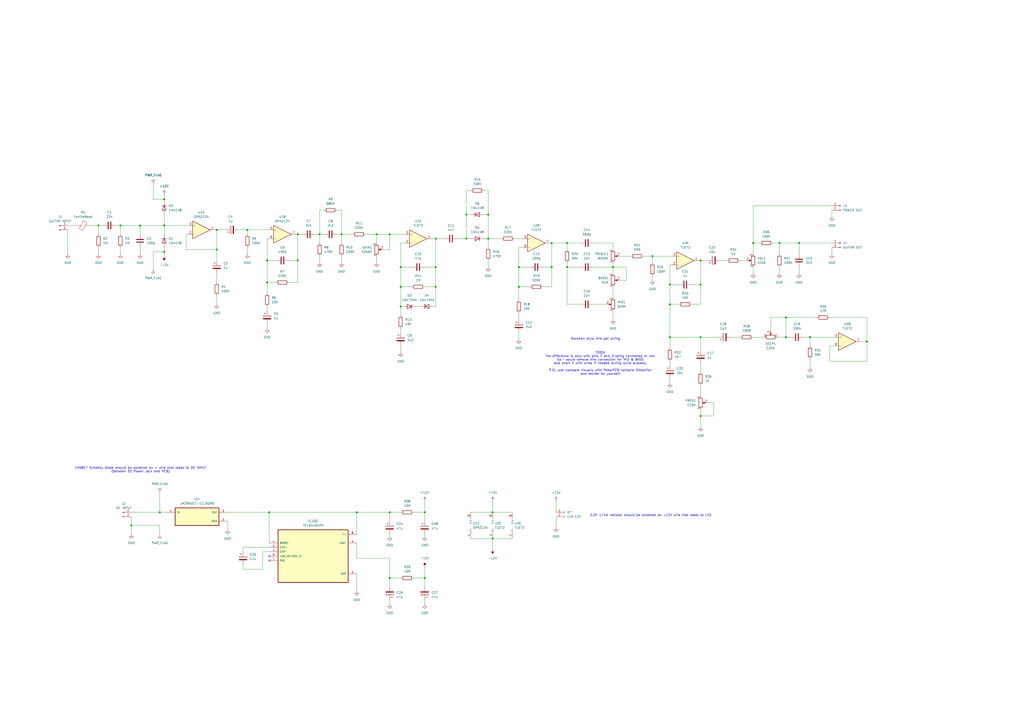
<source format=kicad_sch>
(kicad_sch (version 20231120) (generator "eeschema") (generator_version "8.0")
  (paper "A2")
  (title_block (title "Goya1746") (date "2025-01-24") (rev "0.1.1") (company "nnuutt") (comment 1 "Removed on/off switching") (comment 2 "Marshall tone control") (comment 3 "LED resistor wired outside the board") (comment 4 "1N5817 Schottky diode wired outside the board"))
  (junction (at 455.93 195.58))
  (junction (at 378.46 148.59))
  (junction (at 285.75 312.42))
  (junction (at 388.62 165.1))
  (junction (at 125.73 144.78))
  (junction (at 252.73 154.94))
  (junction (at 57.15 130.81))
  (junction (at 436.88 140.97))
  (junction (at 154.94 163.83))
  (junction (at 469.9 195.58))
  (junction (at 300.99 154.94))
  (junction (at 455.93 184.15))
  (junction (at 246.38 297.18))
  (junction (at 95.25 130.81))
  (junction (at 388.62 176.53))
  (junction (at 226.06 135.89))
  (junction (at 95.25 115.57))
  (junction (at 452.12 140.97))
  (junction (at 355.6 154.94))
  (junction (at 232.41 166.37))
  (junction (at 320.04 154.94))
  (junction (at 406.4 241.3))
  (junction (at 328.93 154.94))
  (junction (at 270.51 138.43))
  (junction (at 246.38 335.28))
  (junction (at 207.01 297.18))
  (junction (at 143.51 133.35))
  (junction (at 226.06 297.18))
  (junction (at 328.93 140.97))
  (junction (at 95.25 146.05))
  (junction (at 154.94 151.13))
  (junction (at 502.92 198.12))
  (junction (at 252.73 166.37))
  (junction (at 388.62 195.58))
  (junction (at 406.4 165.1))
  (junction (at 92.71 297.18))
  (junction (at 252.73 138.43))
  (junction (at 172.72 135.89))
  (junction (at 300.99 166.37))
  (junction (at 218.44 135.89))
  (junction (at 463.55 140.97))
  (junction (at 185.42 135.89))
  (junction (at 69.85 130.81))
  (junction (at 270.51 124.46))
  (junction (at 406.4 195.58))
  (junction (at 81.28 130.81))
  (junction (at 76.2 304.8))
  (junction (at 406.4 151.13))
  (junction (at 232.41 154.94))
  (junction (at 156.21 297.18))
  (junction (at 283.21 138.43))
  (junction (at 125.73 133.35))
  (junction (at 232.41 177.8))
  (junction (at 285.75 297.18))
  (junction (at 283.21 124.46))
  (junction (at 226.06 335.28))
  (junction (at 198.12 135.89))
  (junction (at 172.72 151.13))
  (junction (at 320.04 140.97))
  (no_connect (at 156.21 325.12))
  (no_connect (at 156.21 322.58))
  (wire (pts (xy 69.85 130.81) (xy 69.85 135.89)))
  (wire (pts (xy 378.46 160.02) (xy 378.46 162.56)))
  (wire (pts (xy 138.43 133.35) (xy 143.51 133.35)))
  (wire (pts (xy 226.06 297.18) (xy 232.41 297.18)))
  (wire (pts (xy 171.45 135.89) (xy 172.72 135.89)))
  (wire (pts (xy 355.6 144.78) (xy 355.6 140.97)))
  (wire (pts (xy 222.25 144.78) (xy 226.06 144.78)))
  (wire (pts (xy 69.85 143.51) (xy 69.85 147.32)))
  (wire (pts (xy 285.75 312.42) (xy 297.18 312.42)))
  (wire (pts (xy 143.51 143.51) (xy 143.51 147.32)))
  (wire (pts (xy 57.15 130.81) (xy 57.15 135.89)))
  (wire (pts (xy 92.71 297.18) (xy 96.52 297.18)))
  (wire (pts (xy 283.21 110.49) (xy 283.21 124.46)))
  (wire (pts (xy 285.75 312.42) (xy 285.75 318.77)))
  (wire (pts (xy 410.21 233.68) (xy 414.02 233.68)))
  (wire (pts (xy 232.41 166.37) (xy 238.76 166.37)))
  (wire (pts (xy 232.41 140.97) (xy 232.41 154.94)))
  (wire (pts (xy 466.09 195.58) (xy 469.9 195.58)))
  (wire (pts (xy 154.94 163.83) (xy 160.02 163.83)))
  (wire (pts (xy 172.72 151.13) (xy 172.72 163.83)))
  (wire (pts (xy 95.25 124.46) (xy 95.25 130.81)))
  (wire (pts (xy 198.12 135.89) (xy 204.47 135.89)))
  (wire (pts (xy 125.73 133.35) (xy 125.73 144.78)))
  (wire (pts (xy 406.4 165.1) (xy 406.4 151.13)))
  (wire (pts (xy 388.62 165.1) (xy 393.7 165.1)))
  (wire (pts (xy 344.17 140.97) (xy 355.6 140.97)))
  (wire (pts (xy 167.64 151.13) (xy 172.72 151.13)))
  (wire (pts (xy 88.9 156.21) (xy 88.9 146.05)))
  (wire (pts (xy 76.2 304.8) (xy 76.2 309.88)))
  (wire (pts (xy 125.73 133.35) (xy 124.46 133.35)))
  (wire (pts (xy 125.73 144.78) (xy 125.73 151.13)))
  (wire (pts (xy 252.73 138.43) (xy 257.81 138.43)))
  (wire (pts (xy 283.21 138.43) (xy 283.21 143.51)))
  (wire (pts (xy 359.41 148.59) (xy 365.76 148.59)))
  (wire (pts (xy 95.25 146.05) (xy 95.25 148.59)))
  (wire (pts (xy 132.08 297.18) (xy 156.21 297.18)))
  (wire (pts (xy 212.09 135.89) (xy 218.44 135.89)))
  (wire (pts (xy 92.71 309.88) (xy 92.71 304.8)))
  (wire (pts (xy 218.44 135.89) (xy 226.06 135.89)))
  (wire (pts (xy 463.55 154.94) (xy 463.55 158.75)))
  (wire (pts (xy 88.9 106.68) (xy 88.9 115.57)))
  (wire (pts (xy 300.99 166.37) (xy 300.99 173.99)))
  (wire (pts (xy 436.88 147.32) (xy 436.88 140.97)))
  (wire (pts (xy 455.93 184.15) (xy 473.71 184.15)))
  (wire (pts (xy 298.45 138.43) (xy 303.53 138.43)))
  (wire (pts (xy 388.62 165.1) (xy 388.62 176.53)))
  (wire (pts (xy 320.04 166.37) (xy 320.04 154.94)))
  (wire (pts (xy 52.07 130.81) (xy 57.15 130.81)))
  (wire (pts (xy 39.37 130.81) (xy 44.45 130.81)))
  (wire (pts (xy 265.43 138.43) (xy 270.51 138.43)))
  (wire (pts (xy 406.4 151.13) (xy 410.21 151.13)))
  (wire (pts (xy 95.25 130.81) (xy 95.25 135.89)))
  (wire (pts (xy 154.94 187.96) (xy 154.94 190.5)))
  (wire (pts (xy 450.85 195.58) (xy 455.93 195.58)))
  (wire (pts (xy 499.11 198.12) (xy 502.92 198.12)))
  (wire (pts (xy 388.62 176.53) (xy 388.62 195.58)))
  (wire (pts (xy 320.04 140.97) (xy 320.04 154.94)))
  (wire (pts (xy 143.51 133.35) (xy 143.51 135.89)))
  (wire (pts (xy 218.44 148.59) (xy 218.44 152.4)))
  (wire (pts (xy 76.2 299.72) (xy 76.2 304.8)))
  (wire (pts (xy 95.25 115.57) (xy 95.25 116.84)))
  (wire (pts (xy 195.58 121.92) (xy 198.12 121.92)))
  (wire (pts (xy 125.73 133.35) (xy 130.81 133.35)))
  (wire (pts (xy 328.93 140.97) (xy 328.93 144.78)))
  (wire (pts (xy 452.12 140.97) (xy 452.12 147.32)))
  (wire (pts (xy 76.2 304.8) (xy 92.71 304.8)))
  (wire (pts (xy 156.21 297.18) (xy 207.01 297.18)))
  (wire (pts (xy 482.6 121.92) (xy 482.6 125.73)))
  (wire (pts (xy 388.62 195.58) (xy 406.4 195.58)))
  (wire (pts (xy 344.17 154.94) (xy 355.6 154.94)))
  (wire (pts (xy 198.12 148.59) (xy 198.12 152.4)))
  (wire (pts (xy 125.73 171.45) (xy 125.73 176.53)))
  (wire (pts (xy 172.72 135.89) (xy 175.26 135.89)))
  (wire (pts (xy 95.25 146.05) (xy 88.9 146.05)))
  (wire (pts (xy 273.05 297.18) (xy 285.75 297.18)))
  (wire (pts (xy 140.97 330.2) (xy 152.4 330.2)))
  (wire (pts (xy 436.88 140.97) (xy 440.69 140.97)))
  (wire (pts (xy 154.94 138.43) (xy 154.94 151.13)))
  (wire (pts (xy 436.88 195.58) (xy 443.23 195.58)))
  (wire (pts (xy 300.99 181.61) (xy 300.99 185.42)))
  (wire (pts (xy 226.06 309.88) (xy 226.06 311.15)))
  (wire (pts (xy 389.89 153.67) (xy 388.62 153.67)))
  (wire (pts (xy 320.04 140.97) (xy 328.93 140.97)))
  (wire (pts (xy 482.6 143.51) (xy 482.6 147.32)))
  (wire (pts (xy 436.88 119.38) (xy 482.6 119.38)))
  (wire (pts (xy 198.12 121.92) (xy 198.12 135.89)))
  (wire (pts (xy 172.72 135.89) (xy 172.72 151.13)))
  (wire (pts (xy 406.4 241.3) (xy 414.02 241.3)))
  (wire (pts (xy 363.22 154.94) (xy 363.22 162.56)))
  (wire (pts (xy 232.41 154.94) (xy 238.76 154.94)))
  (wire (pts (xy 406.4 176.53) (xy 406.4 165.1)))
  (wire (pts (xy 481.33 209.55) (xy 502.92 209.55)))
  (wire (pts (xy 463.55 147.32) (xy 463.55 140.97)))
  (wire (pts (xy 226.06 323.85) (xy 226.06 335.28)))
  (wire (pts (xy 156.21 317.5) (xy 140.97 317.5)))
  (wire (pts (xy 243.84 177.8) (xy 241.3 177.8)))
  (wire (pts (xy 283.21 138.43) (xy 290.83 138.43)))
  (wire (pts (xy 406.4 210.82) (xy 406.4 215.9)))
  (wire (pts (xy 314.96 154.94) (xy 320.04 154.94)))
  (wire (pts (xy 436.88 140.97) (xy 436.88 119.38)))
  (wire (pts (xy 322.58 299.72) (xy 322.58 306.07)))
  (wire (pts (xy 107.95 135.89) (xy 109.22 135.89)))
  (wire (pts (xy 185.42 148.59) (xy 185.42 152.4)))
  (wire (pts (xy 240.03 297.18) (xy 246.38 297.18)))
  (wire (pts (xy 246.38 335.28) (xy 246.38 340.36)))
  (wire (pts (xy 125.73 158.75) (xy 125.73 163.83)))
  (wire (pts (xy 401.32 176.53) (xy 406.4 176.53)))
  (wire (pts (xy 280.67 138.43) (xy 283.21 138.43)))
  (wire (pts (xy 405.13 151.13) (xy 406.4 151.13)))
  (wire (pts (xy 226.06 135.89) (xy 226.06 144.78)))
  (wire (pts (xy 406.4 241.3) (xy 406.4 247.65)))
  (wire (pts (xy 388.62 176.53) (xy 393.7 176.53)))
  (wire (pts (xy 469.9 208.28) (xy 469.9 213.36)))
  (wire (pts (xy 300.99 143.51) (xy 300.99 154.94)))
  (wire (pts (xy 154.94 151.13) (xy 160.02 151.13)))
  (wire (pts (xy 388.62 219.71) (xy 388.62 222.25)))
  (wire (pts (xy 447.04 184.15) (xy 447.04 191.77)))
  (wire (pts (xy 187.96 121.92) (xy 185.42 121.92)))
  (wire (pts (xy 452.12 154.94) (xy 452.12 158.75)))
  (wire (pts (xy 355.6 152.4) (xy 355.6 154.94)))
  (wire (pts (xy 246.38 290.83) (xy 246.38 297.18)))
  (wire (pts (xy 246.38 309.88) (xy 246.38 311.15)))
  (wire (pts (xy 81.28 130.81) (xy 95.25 130.81)))
  (wire (pts (xy 226.06 347.98) (xy 226.06 350.52)))
  (wire (pts (xy 57.15 143.51) (xy 57.15 147.32)))
  (wire (pts (xy 195.58 135.89) (xy 198.12 135.89)))
  (wire (pts (xy 502.92 198.12) (xy 502.92 184.15)))
  (wire (pts (xy 270.51 124.46) (xy 273.05 124.46)))
  (wire (pts (xy 132.08 302.26) (xy 132.08 307.34)))
  (wire (pts (xy 107.95 144.78) (xy 125.73 144.78)))
  (wire (pts (xy 285.75 297.18) (xy 297.18 297.18)))
  (wire (pts (xy 246.38 328.93) (xy 246.38 335.28)))
  (wire (pts (xy 207.01 323.85) (xy 226.06 323.85)))
  (wire (pts (xy 207.01 309.88) (xy 207.01 297.18)))
  (wire (pts (xy 406.4 223.52) (xy 406.4 229.87)))
  (wire (pts (xy 502.92 209.55) (xy 502.92 198.12)))
  (wire (pts (xy 300.99 154.94) (xy 300.99 166.37)))
  (wire (pts (xy 95.25 115.57) (xy 88.9 115.57)))
  (wire (pts (xy 240.03 335.28) (xy 246.38 335.28)))
  (wire (pts (xy 207.01 323.85) (xy 207.01 314.96)))
  (wire (pts (xy 81.28 130.81) (xy 81.28 135.89)))
  (wire (pts (xy 429.26 151.13) (xy 433.07 151.13)))
  (wire (pts (xy 95.25 130.81) (xy 109.22 130.81)))
  (wire (pts (xy 252.73 166.37) (xy 252.73 177.8)))
  (wire (pts (xy 69.85 130.81) (xy 81.28 130.81)))
  (wire (pts (xy 414.02 241.3) (xy 414.02 233.68)))
  (wire (pts (xy 152.4 330.2) (xy 152.4 320.04)))
  (wire (pts (xy 207.01 332.74) (xy 207.01 342.9)))
  (wire (pts (xy 273.05 312.42) (xy 285.75 312.42)))
  (wire (pts (xy 328.93 154.94) (xy 336.55 154.94)))
  (wire (pts (xy 232.41 154.94) (xy 232.41 166.37)))
  (wire (pts (xy 143.51 133.35) (xy 156.21 133.35)))
  (wire (pts (xy 95.25 143.51) (xy 95.25 146.05)))
  (wire (pts (xy 246.38 154.94) (xy 252.73 154.94)))
  (wire (pts (xy 355.6 166.37) (xy 355.6 172.72)))
  (wire (pts (xy 328.93 152.4) (xy 328.93 154.94)))
  (wire (pts (xy 154.94 177.8) (xy 154.94 180.34)))
  (wire (pts (xy 154.94 138.43) (xy 156.21 138.43)))
  (wire (pts (xy 270.51 138.43) (xy 273.05 138.43)))
  (wire (pts (xy 232.41 190.5) (xy 232.41 193.04)))
  (wire (pts (xy 378.46 148.59) (xy 389.89 148.59)))
  (wire (pts (xy 436.88 154.94) (xy 436.88 158.75)))
  (wire (pts (xy 417.83 151.13) (xy 421.64 151.13)))
  (wire (pts (xy 280.67 124.46) (xy 283.21 124.46)))
  (wire (pts (xy 182.88 135.89) (xy 185.42 135.89)))
  (wire (pts (xy 452.12 140.97) (xy 463.55 140.97)))
  (wire (pts (xy 156.21 314.96) (xy 156.21 297.18)))
  (wire (pts (xy 232.41 200.66) (xy 232.41 204.47)))
  (wire (pts (xy 463.55 140.97) (xy 482.6 140.97)))
  (wire (pts (xy 218.44 135.89) (xy 218.44 140.97)))
  (wire (pts (xy 355.6 180.34) (xy 355.6 185.42)))
  (wire (pts (xy 140.97 317.5) (xy 140.97 320.04)))
  (wire (pts (xy 246.38 297.18) (xy 246.38 302.26)))
  (wire (pts (xy 226.06 335.28) (xy 226.06 340.36)))
  (wire (pts (xy 280.67 110.49) (xy 283.21 110.49)))
  (wire (pts (xy 307.34 166.37) (xy 300.99 166.37)))
  (wire (pts (xy 300.99 193.04) (xy 300.99 196.85)))
  (wire (pts (xy 76.2 297.18) (xy 92.71 297.18)))
  (wire (pts (xy 388.62 195.58) (xy 388.62 201.93)))
  (wire (pts (xy 226.06 135.89) (xy 234.95 135.89)))
  (wire (pts (xy 185.42 121.92) (xy 185.42 135.89)))
  (wire (pts (xy 185.42 135.89) (xy 187.96 135.89)))
  (wire (pts (xy 300.99 154.94) (xy 307.34 154.94)))
  (wire (pts (xy 406.4 195.58) (xy 416.56 195.58)))
  (wire (pts (xy 328.93 154.94) (xy 328.93 176.53)))
  (wire (pts (xy 273.05 110.49) (xy 270.51 110.49)))
  (wire (pts (xy 373.38 148.59) (xy 378.46 148.59)))
  (wire (pts (xy 226.06 335.28) (xy 232.41 335.28)))
  (wire (pts (xy 270.51 110.49) (xy 270.51 124.46)))
  (wire (pts (xy 198.12 135.89) (xy 198.12 140.97)))
  (wire (pts (xy 285.75 290.83) (xy 285.75 297.18)))
  (wire (pts (xy 252.73 138.43) (xy 252.73 154.94)))
  (wire (pts (xy 328.93 176.53) (xy 336.55 176.53)))
  (wire (pts (xy 270.51 124.46) (xy 270.51 138.43)))
  (wire (pts (xy 154.94 151.13) (xy 154.94 163.83)))
  (wire (pts (xy 207.01 297.18) (xy 226.06 297.18)))
  (wire (pts (xy 81.28 143.51) (xy 81.28 147.32)))
  (wire (pts (xy 252.73 154.94) (xy 252.73 166.37)))
  (wire (pts (xy 107.95 135.89) (xy 107.95 144.78)))
  (wire (pts (xy 355.6 154.94) (xy 355.6 158.75)))
  (wire (pts (xy 67.31 130.81) (xy 69.85 130.81)))
  (wire (pts (xy 95.25 113.03) (xy 95.25 115.57)))
  (wire (pts (xy 167.64 163.83) (xy 172.72 163.83)))
  (wire (pts (xy 303.53 143.51) (xy 300.99 143.51)))
  (wire (pts (xy 322.58 290.83) (xy 322.58 297.18)))
  (wire (pts (xy 283.21 151.13) (xy 283.21 154.94)))
  (wire (pts (xy 359.41 162.56) (xy 363.22 162.56)))
  (wire (pts (xy 344.17 176.53) (xy 351.79 176.53)))
  (wire (pts (xy 252.73 177.8) (xy 251.46 177.8)))
  (wire (pts (xy 246.38 347.98) (xy 246.38 350.52)))
  (wire (pts (xy 502.92 184.15) (xy 481.33 184.15)))
  (wire (pts (xy 39.37 133.35) (xy 39.37 147.32)))
  (wire (pts (xy 232.41 140.97) (xy 234.95 140.97)))
  (wire (pts (xy 401.32 165.1) (xy 406.4 165.1)))
  (wire (pts (xy 406.4 237.49) (xy 406.4 241.3)))
  (wire (pts (xy 185.42 135.89) (xy 185.42 140.97)))
  (wire (pts (xy 388.62 153.67) (xy 388.62 165.1)))
  (wire (pts (xy 92.71 285.75) (xy 92.71 297.18)))
  (wire (pts (xy 318.77 140.97) (xy 320.04 140.97)))
  (wire (pts (xy 406.4 195.58) (xy 406.4 203.2)))
  (wire (pts (xy 232.41 177.8) (xy 232.41 182.88)))
  (wire (pts (xy 252.73 138.43) (xy 250.19 138.43)))
  (wire (pts (xy 355.6 154.94) (xy 363.22 154.94)))
  (wire (pts (xy 455.93 195.58) (xy 458.47 195.58)))
  (wire (pts (xy 283.21 124.46) (xy 283.21 138.43)))
  (wire (pts (xy 424.18 195.58) (xy 429.26 195.58)))
  (wire (pts (xy 232.41 177.8) (xy 233.68 177.8)))
  (wire (pts (xy 226.06 297.18) (xy 226.06 302.26)))
  (wire (pts (xy 469.9 195.58) (xy 483.87 195.58)))
  (wire (pts (xy 57.15 130.81) (xy 59.69 130.81)))
  (wire (pts (xy 152.4 320.04) (xy 156.21 320.04)))
  (wire (pts (xy 469.9 195.58) (xy 469.9 200.66)))
  (wire (pts (xy 140.97 330.2) (xy 140.97 327.66)))
  (wire (pts (xy 246.38 166.37) (xy 252.73 166.37)))
  (wire (pts (xy 328.93 140.97) (xy 336.55 140.97)))
  (wire (pts (xy 388.62 209.55) (xy 388.62 212.09)))
  (wire (pts (xy 378.46 148.59) (xy 378.46 152.4)))
  (wire (pts (xy 314.96 166.37) (xy 320.04 166.37)))
  (wire (pts (xy 483.87 200.66) (xy 481.33 200.66)))
  (wire (pts (xy 481.33 200.66) (xy 481.33 209.55)))
  (wire (pts (xy 232.41 166.37) (xy 232.41 177.8)))
  (wire (pts (xy 448.31 140.97) (xy 452.12 140.97)))
  (wire (pts (xy 455.93 184.15) (xy 447.04 184.15)))
  (wire (pts (xy 154.94 163.83) (xy 154.94 170.18)))
  (wire (pts (xy 455.93 184.15) (xy 455.93 195.58)))
  (text "2.2K 1/4W resistor should be soldered on +12V wire that leads to LED" (at 377.444 298.958 0) (effects (font (size 1.27 1.27))))
  (text "Marshall style mid pot wiring" (at 345.44 196.596 0) (effects (font (size 1.27 1.27))))
  (text "TODO:\nThe difference is only with pins 2 and 3 being connected or not.\nSo I would remove this connection for MID & BASS\nand short it with wires if needed during build process.\n\nP.S: Just compare visually with PedalPCB Valhalla Distortion\nand decide for yourself" (at 348.234 210.82 0) (effects (font (size 1.27 1.27))))
  (text "1N5817 Schottky diode should be soldered on + wire that leads to DC INPUT\n(between DC Power Jack and PCB)" (at 81.534 272.542 0) (effects (font (size 1.27 1.27))))
  (symbol (lib_id "Device:R_Potentiometer") (at 355.6 176.53 180) (unit 1)
    (property "Reference" "MID1" (at 358.14 175.2599 0) (effects (justify right)))
    (property "Value" "B25K" (at 358.14 177.7999 0) (effects (justify right)))
    (property "Footprint" "Connector_Wire:SolderWire-0.5sqmm_1x03_P4.8mm_D0.9mm_OD2.3mm" (effects (hide yes)))
    (property "Description" "Potentiometer" (effects (hide yes)))
  )
  (symbol (lib_id "power:GND") (at 76.2 309.88 0) (unit 1)
    (property "Reference" "#PWR035" (effects (hide yes)))
    (property "Value" "GND" (at 76.2 314.96 0))
    (property "Description" "Power symbol creates a global label with name \"GND\" , ground" (effects (hide yes)))
  )
  (symbol (lib_id "power:GND") (at 81.28 147.32 0) (unit 1)
    (property "Reference" "#PWR04" (effects (hide yes)))
    (property "Value" "GND" (at 81.28 152.4 0))
    (property "Description" "Power symbol creates a global label with name \"GND\" , ground" (effects (hide yes)))
  )
  (symbol (lib_id "power:GND") (at 218.44 152.4 0) (unit 1)
    (property "Reference" "#PWR011" (effects (hide yes)))
    (property "Value" "GND" (at 218.44 157.48 0))
    (property "Description" "Power symbol creates a global label with name \"GND\" , ground" (effects (hide yes)))
  )
  (symbol (lib_id "power:GND") (at 232.41 204.47 0) (unit 1)
    (property "Reference" "#PWR012" (effects (hide yes)))
    (property "Value" "GND" (at 232.41 209.55 0))
    (property "Description" "Power symbol creates a global label with name \"GND\" , ground" (effects (hide yes)))
  )
  (symbol (lib_id "power:GND") (at 154.94 190.5 0) (unit 1)
    (property "Reference" "#PWR08" (effects (hide yes)))
    (property "Value" "GND" (at 154.94 195.58 0))
    (property "Description" "Power symbol creates a global label with name \"GND\" , ground" (effects (hide yes)))
  )
  (symbol (lib_id "TC1044SCPA:TC1044SCPA") (at 181.61 322.58 0) (unit 1)
    (property "Reference" "IC100" (at 181.61 302.26 0))
    (property "Value" "TC1044SCPA" (at 181.61 304.8 0))
    (property "Footprint" "Package_DIP:DIP-8_W7.62mm_Socket" (effects (hide yes)))
    (property "MF" "Microchip" (effects (hide yes)))
    (property "Description_1" "\nMicrochip TC1044SCPA, Charge Pump 20mA 45 kHz, -1.5 - -12 V, 8-Pin, PDIP | Microchip Technology Inc. TC1044SCPA\n" (effects (hide yes)))
    (property "Package" "None" (effects (hide yes)))
    (property "Price" "None" (effects (hide yes)))
    (property "SnapEDA_Link" "https://www.snapeda.com/parts/TC1044SCPA/Microchip/view-part/?ref=snap" (effects (hide yes)))
    (property "MP" "TC1044SCPA" (effects (hide yes)))
    (property "Purchase-URL" "https://www.snapeda.com/api/url_track_click_mouser/?unipart_id=266600&manufacturer=Microchip&part_name=TC1044SCPA&search_term=tc1044scpa" (effects (hide yes)))
    (property "Availability" "In Stock" (effects (hide yes)))
    (property "Check_prices" "https://www.snapeda.com/parts/TC1044SCPA/Microchip/view-part/?ref=eda" (effects (hide yes)))
  )
  (symbol (lib_id "Connector:Conn_01x02_Pin") (at 487.68 119.38 0) (mirror y) (unit 1)
    (property "Reference" "J3" (at 488.95 119.3799 0) (effects (justify right)))
    (property "Value" "POWER OUT" (at 488.95 121.9199 0) (effects (justify right)))
    (property "Footprint" "Connector_Wire:SolderWire-0.5sqmm_1x02_P4.6mm_D0.9mm_OD2.1mm" (effects (hide yes)))
    (property "Description" "Generic connector, single row, 01x02, script generated" (effects (hide yes)))
  )
  (symbol (lib_id "Device:R") (at 242.57 166.37 90) (unit 1)
    (property "Reference" "R14" (at 242.57 160.02 90))
    (property "Value" "1M" (at 242.57 162.56 90))
    (property "Footprint" "Resistor_THT:R_Axial_DIN0207_L6.3mm_D2.5mm_P7.62mm_Horizontal" (effects (hide yes)))
    (property "Description" "Resistor" (effects (hide yes)))
  )
  (symbol (lib_id "Device:C_Polarized") (at 246.38 344.17 180) (unit 1)
    (property "Reference" "C27" (at 250.19 343.7889 0) (effects (justify right)))
    (property "Value" "47u" (at 250.19 346.3289 0) (effects (justify right)))
    (property "Footprint" "Capacitor_THT:CP_Radial_D6.3mm_P2.50mm" (effects (hide yes)))
    (property "Description" "Polarized capacitor" (effects (hide yes)))
  )
  (symbol (lib_id "power:-12V") (at 246.38 328.93 0) (unit 1)
    (property "Reference" "#PWR032" (effects (hide yes)))
    (property "Value" "-12V" (at 246.38 323.85 0))
    (property "Description" "Power symbol creates a global label with name \"-12V\"" (effects (hide yes)))
  )
  (symbol (lib_id "power:GND") (at 132.08 307.34 0) (unit 1)
    (property "Reference" "#PWR024" (effects (hide yes)))
    (property "Value" "GND" (at 132.08 312.42 0))
    (property "Description" "Power symbol creates a global label with name \"GND\" , ground" (effects (hide yes)))
  )
  (symbol (lib_id "Device:C_Polarized") (at 388.62 215.9 0) (unit 1)
    (property "Reference" "C20" (at 392.43 213.7409 0) (effects (justify left)))
    (property "Value" "10u" (at 392.43 216.2809 0) (effects (justify left)))
    (property "Footprint" "Capacitor_THT:C_Rect_L7.2mm_W11.0mm_P5.00mm_FKS2_FKP2_MKS2_MKP2" (effects (hide yes)))
    (property "Description" "Polarized capacitor" (effects (hide yes)))
  )
  (symbol (lib_id "power:GND") (at 246.38 350.52 0) (unit 1)
    (property "Reference" "#PWR026" (effects (hide yes)))
    (property "Value" "GND" (at 246.38 355.6 0))
    (property "Description" "Power symbol creates a global label with name \"GND\" , ground" (effects (hide yes)))
  )
  (symbol (lib_id "power:GND") (at 482.6 125.73 0) (unit 1)
    (property "Reference" "#PWR036" (effects (hide yes)))
    (property "Value" "GND" (at 482.6 130.81 0))
    (property "Description" "Power symbol creates a global label with name \"GND\" , ground" (effects (hide yes)))
  )
  (symbol (lib_id "Device:C") (at 261.62 138.43 270) (unit 1)
    (property "Reference" "C11" (at 261.62 130.81 90))
    (property "Value" "4n7" (at 261.62 133.35 90))
    (property "Footprint" "Capacitor_THT:C_Rect_L7.2mm_W7.2mm_P5.00mm_FKS2_FKP2_MKS2_MKP2" (effects (hide yes)))
    (property "Description" "Unpolarized capacitor" (effects (hide yes)))
  )
  (symbol (lib_id "Device:R_Potentiometer") (at 218.44 144.78 0) (mirror x) (unit 1)
    (property "Reference" "GAIN1" (at 215.9 143.5099 0) (effects (justify right)))
    (property "Value" "A250K" (at 215.9 146.0499 0) (effects (justify right)))
    (property "Footprint" "Connector_Wire:SolderWire-0.5sqmm_1x03_P4.8mm_D0.9mm_OD2.3mm" (effects (hide yes)))
    (property "Description" "Potentiometer" (effects (hide yes)))
  )
  (symbol (lib_id "power:GND") (at 226.06 350.52 0) (unit 1)
    (property "Reference" "#PWR031" (effects (hide yes)))
    (property "Value" "GND" (at 226.06 355.6 0))
    (property "Description" "Power symbol creates a global label with name \"GND\" , ground" (effects (hide yes)))
  )
  (symbol (lib_id "Device:C") (at 340.36 140.97 270) (unit 1)
    (property "Reference" "C14" (at 340.36 133.35 90))
    (property "Value" "560p" (at 340.36 135.89 90))
    (property "Footprint" "Capacitor_THT:C_Disc_D4.7mm_W2.5mm_P5.00mm" (effects (hide yes)))
    (property "Description" "Unpolarized capacitor" (effects (hide yes)))
  )
  (symbol (lib_id "power:GND") (at 185.42 152.4 0) (unit 1)
    (property "Reference" "#PWR09" (effects (hide yes)))
    (property "Value" "GND" (at 185.42 157.48 0))
    (property "Description" "Power symbol creates a global label with name \"GND\" , ground" (effects (hide yes)))
  )
  (symbol (lib_id "Device:R") (at 69.85 139.7 0) (unit 1)
    (property "Reference" "R3" (at 72.39 138.4299 0) (effects (justify left)))
    (property "Value" "1M" (at 72.39 140.9699 0) (effects (justify left)))
    (property "Footprint" "Resistor_THT:R_Axial_DIN0207_L6.3mm_D2.5mm_P7.62mm_Horizontal" (effects (hide yes)))
    (property "Description" "Resistor" (effects (hide yes)))
  )
  (symbol (lib_id "Amplifier_Operational:TL072") (at 397.51 151.13 0) (unit 1)
    (property "Reference" "U3" (at 397.51 140.97 0))
    (property "Value" "TL072" (at 397.51 143.51 0))
    (property "Footprint" "Package_DIP:DIP-8_W7.62mm_Socket" (effects (hide yes)))
    (property "Datasheet" "http://www.ti.com/lit/ds/symlink/tl071.pdf" (effects (hide yes)))
    (property "Description" "Dual Low-Noise JFET-Input Operational Amplifiers, DIP-8/SOIC-8" (effects (hide yes)))
  )
  (symbol (lib_id "Device:C") (at 340.36 154.94 270) (unit 1)
    (property "Reference" "C15" (at 340.36 147.32 90))
    (property "Value" "22n" (at 340.36 149.86 90))
    (property "Footprint" "Capacitor_THT:C_Rect_L7.2mm_W2.5mm_P5.00mm_FKS2_FKP2_MKS2_MKP2" (effects (hide yes)))
    (property "Description" "Unpolarized capacitor" (effects (hide yes)))
  )
  (symbol (lib_id "power:GND") (at 300.99 196.85 0) (unit 1)
    (property "Reference" "#PWR015" (effects (hide yes)))
    (property "Value" "GND" (at 300.99 201.93 0))
    (property "Description" "Power symbol creates a global label with name \"GND\" , ground" (effects (hide yes)))
  )
  (symbol (lib_id "Device:R") (at 378.46 156.21 180) (unit 1)
    (property "Reference" "R25" (at 381 154.9399 0) (effects (justify right)))
    (property "Value" "100K" (at 381 157.4799 0) (effects (justify right)))
    (property "Footprint" "Resistor_THT:R_Axial_DIN0207_L6.3mm_D2.5mm_P7.62mm_Horizontal" (effects (hide yes)))
    (property "Description" "Resistor" (effects (hide yes)))
  )
  (symbol (lib_id "power:GND") (at 469.9 213.36 0) (unit 1)
    (property "Reference" "#PWR022" (effects (hide yes)))
    (property "Value" "GND" (at 469.9 218.44 0))
    (property "Description" "Power symbol creates a global label with name \"GND\" , ground" (effects (hide yes)))
  )
  (symbol (lib_id "Device:R") (at 283.21 147.32 180) (unit 1)
    (property "Reference" "R16" (at 285.75 146.0499 0) (effects (justify right)))
    (property "Value" "470K" (at 285.75 148.5899 0) (effects (justify right)))
    (property "Footprint" "Resistor_THT:R_Axial_DIN0207_L6.3mm_D2.5mm_P7.62mm_Horizontal" (effects (hide yes)))
    (property "Description" "Resistor" (effects (hide yes)))
  )
  (symbol (lib_id "Amplifier_Operational:TL072") (at 491.49 198.12 0) (unit 2)
    (property "Reference" "U3" (at 491.49 187.96 0))
    (property "Value" "TL072" (at 491.49 190.5 0))
    (property "Footprint" "Package_DIP:DIP-8_W7.62mm_Socket" (effects (hide yes)))
    (property "Datasheet" "http://www.ti.com/lit/ds/symlink/tl071.pdf" (effects (hide yes)))
    (property "Description" "Dual Low-Noise JFET-Input Operational Amplifiers, DIP-8/SOIC-8" (effects (hide yes)))
  )
  (symbol (lib_id "Device:R") (at 311.15 166.37 270) (unit 1)
    (property "Reference" "R19" (at 311.15 160.02 90))
    (property "Value" "220K" (at 311.15 162.56 90))
    (property "Footprint" "Resistor_THT:R_Axial_DIN0207_L6.3mm_D2.5mm_P7.62mm_Horizontal" (effects (hide yes)))
    (property "Description" "Resistor" (effects (hide yes)))
  )
  (symbol (lib_id "Device:R") (at 369.57 148.59 90) (unit 1)
    (property "Reference" "R24" (at 369.57 142.24 90))
    (property "Value" "1M5" (at 369.57 144.78 90))
    (property "Footprint" "Resistor_THT:R_Axial_DIN0207_L6.3mm_D2.5mm_P7.62mm_Horizontal" (effects (hide yes)))
    (property "Description" "Resistor" (effects (hide yes)))
  )
  (symbol (lib_id "Device:C_Polarized") (at 300.99 189.23 0) (unit 1)
    (property "Reference" "C12" (at 304.8 187.0709 0) (effects (justify left)))
    (property "Value" "2u2" (at 304.8 189.6109 0) (effects (justify left)))
    (property "Footprint" "Capacitor_THT:C_Rect_L7.2mm_W11.0mm_P5.00mm_FKS2_FKP2_MKS2_MKP2" (effects (hide yes)))
    (property "Description" "Polarized capacitor" (effects (hide yes)))
  )
  (symbol (lib_id "Device:C") (at 163.83 151.13 270) (unit 1)
    (property "Reference" "C6" (at 163.83 143.51 90))
    (property "Value" "100p" (at 163.83 146.05 90))
    (property "Footprint" "Capacitor_THT:C_Disc_D5.0mm_W2.5mm_P2.50mm" (effects (hide yes)))
    (property "Description" "Unpolarized capacitor" (effects (hide yes)))
  )
  (symbol (lib_id "power:GND") (at 69.85 147.32 0) (unit 1)
    (property "Reference" "#PWR03" (effects (hide yes)))
    (property "Value" "GND" (at 69.85 152.4 0))
    (property "Description" "Power symbol creates a global label with name \"GND\" , ground" (effects (hide yes)))
  )
  (symbol (lib_id "Device:R") (at 328.93 148.59 0) (unit 1)
    (property "Reference" "R20" (at 331.47 147.3199 0) (effects (justify left)))
    (property "Value" "39K" (at 331.47 149.8599 0) (effects (justify left)))
    (property "Footprint" "Resistor_THT:R_Axial_DIN0207_L6.3mm_D2.5mm_P7.62mm_Horizontal" (effects (hide yes)))
    (property "Description" "Resistor" (effects (hide yes)))
  )
  (symbol (lib_id "Device:R") (at 276.86 110.49 90) (unit 1)
    (property "Reference" "R15" (at 276.86 104.14 90))
    (property "Value" "100K" (at 276.86 106.68 90))
    (property "Footprint" "Resistor_THT:R_Axial_DIN0207_L6.3mm_D2.5mm_P7.62mm_Horizontal" (effects (hide yes)))
    (property "Description" "Resistor" (effects (hide yes)))
  )
  (symbol (lib_id "Device:R") (at 406.4 219.71 180) (unit 1)
    (property "Reference" "R26" (at 408.94 218.4399 0) (effects (justify right)))
    (property "Value" "1K" (at 408.94 220.9799 0) (effects (justify right)))
    (property "Footprint" "Resistor_THT:R_Axial_DIN0207_L6.3mm_D2.5mm_P7.62mm_Horizontal" (effects (hide yes)))
    (property "Description" "Resistor" (effects (hide yes)))
  )
  (symbol (lib_id "Device:R_Potentiometer") (at 355.6 148.59 0) (mirror x) (unit 1)
    (property "Reference" "TREBLE1" (at 353.06 147.3199 0) (effects (justify right)))
    (property "Value" "B250K" (at 353.06 149.8599 0) (effects (justify right)))
    (property "Footprint" "Connector_Wire:SolderWire-0.5sqmm_1x03_P4.8mm_D0.9mm_OD2.3mm" (effects (hide yes)))
    (property "Description" "Potentiometer" (effects (hide yes)))
  )
  (symbol (lib_id "Amplifier_Operational:TL072") (at 311.15 140.97 0) (unit 2)
    (property "Reference" "U2" (at 311.15 130.81 0))
    (property "Value" "TL072" (at 311.15 133.35 0))
    (property "Footprint" "Package_DIP:DIP-8_W7.62mm_Socket" (effects (hide yes)))
    (property "Datasheet" "http://www.ti.com/lit/ds/symlink/tl071.pdf" (effects (hide yes)))
    (property "Description" "Dual Low-Noise JFET-Input Operational Amplifiers, DIP-8/SOIC-8" (effects (hide yes)))
  )
  (symbol (lib_id "Device:D_Zener") (at 247.65 177.8 0) (unit 1)
    (property "Reference" "D4" (at 247.65 171.45 0))
    (property "Value" "1N4734A" (at 247.65 173.99 0))
    (property "Footprint" "Diode_THT:D_DO-41_SOD81_P7.62mm_Horizontal" (effects (hide yes)))
    (property "Description" "Zener diode" (effects (hide yes)))
  )
  (symbol (lib_id "Device:R") (at 154.94 173.99 180) (unit 1)
    (property "Reference" "R6" (at 157.48 172.7199 0) (effects (justify right)))
    (property "Value" "10K" (at 157.48 175.2599 0) (effects (justify right)))
    (property "Footprint" "Resistor_THT:R_Axial_DIN0207_L6.3mm_D2.5mm_P7.62mm_Horizontal" (effects (hide yes)))
    (property "Description" "Resistor" (effects (hide yes)))
  )
  (symbol (lib_id "Device:C_Polarized") (at 414.02 151.13 90) (unit 1)
    (property "Reference" "C22" (at 413.131 143.51 90))
    (property "Value" "10u" (at 413.131 146.05 90))
    (property "Footprint" "Capacitor_THT:C_Rect_L7.2mm_W11.0mm_P5.00mm_FKS2_FKP2_MKS2_MKP2" (effects (hide yes)))
    (property "Description" "Polarized capacitor" (effects (hide yes)))
  )
  (symbol (lib_id "power:-12V") (at 95.25 148.59 180) (unit 1)
    (property "Reference" "#PWR07" (effects (hide yes)))
    (property "Value" "-12V" (at 95.25 153.67 0))
    (property "Description" "Power symbol creates a global label with name \"-12V\"" (effects (hide yes)))
  )
  (symbol (lib_id "Device:C_Polarized") (at 420.37 195.58 90) (unit 1)
    (property "Reference" "C18" (at 419.481 187.96 90))
    (property "Value" "2u2" (at 419.481 190.5 90))
    (property "Footprint" "Capacitor_THT:C_Rect_L7.2mm_W11.0mm_P5.00mm_FKS2_FKP2_MKS2_MKP2" (effects (hide yes)))
    (property "Description" "Polarized capacitor" (effects (hide yes)))
  )
  (symbol (lib_id "Device:C_Polarized") (at 226.06 344.17 180) (unit 1)
    (property "Reference" "C26" (at 229.87 343.7889 0) (effects (justify right)))
    (property "Value" "47u" (at 229.87 346.3289 0) (effects (justify right)))
    (property "Footprint" "Capacitor_THT:CP_Radial_D6.3mm_P2.50mm" (effects (hide yes)))
    (property "Description" "Polarized capacitor" (effects (hide yes)))
  )
  (symbol (lib_id "Amplifier_Operational:TL072") (at 299.72 304.8 0) (unit 3)
    (property "Reference" "U3" (at 298.45 303.5299 0) (effects (justify left)))
    (property "Value" "TL072" (at 298.45 306.0699 0) (effects (justify left)))
    (property "Footprint" "Package_DIP:DIP-8_W7.62mm_Socket" (effects (hide yes)))
    (property "Datasheet" "http://www.ti.com/lit/ds/symlink/tl071.pdf" (effects (hide yes)))
    (property "Description" "Dual Low-Noise JFET-Input Operational Amplifiers, DIP-8/SOIC-8" (effects (hide yes)))
  )
  (symbol (lib_id "Device:C_Polarized") (at 226.06 306.07 0) (unit 1)
    (property "Reference" "C24" (at 229.87 303.9109 0) (effects (justify left)))
    (property "Value" "47u" (at 229.87 306.4509 0) (effects (justify left)))
    (property "Footprint" "Capacitor_THT:CP_Radial_D6.3mm_P2.50mm" (effects (hide yes)))
    (property "Description" "Polarized capacitor" (effects (hide yes)))
  )
  (symbol (lib_id "Device:R") (at 397.51 176.53 270) (unit 1)
    (property "Reference" "R33" (at 397.51 170.18 90))
    (property "Value" "10K" (at 397.51 172.72 90))
    (property "Footprint" "Resistor_THT:R_Axial_DIN0207_L6.3mm_D2.5mm_P7.62mm_Horizontal" (effects (hide yes)))
    (property "Description" "Resistor" (effects (hide yes)))
  )
  (symbol (lib_id "Device:C") (at 397.51 165.1 270) (unit 1)
    (property "Reference" "C21" (at 397.51 157.48 90))
    (property "Value" "1n" (at 397.51 160.02 90))
    (property "Footprint" "Capacitor_THT:C_Rect_L7.2mm_W4.5mm_P5.00mm_FKS2_FKP2_MKS2_MKP2" (effects (hide yes)))
    (property "Description" "Unpolarized capacitor" (effects (hide yes)))
  )
  (symbol (lib_id "power:PWR_FLAG") (at 88.9 106.68 0) (unit 1)
    (property "Reference" "#FLG03" (effects (hide yes)))
    (property "Value" "PWR_FLAG" (at 88.9 101.6 0))
    (property "Description" "Special symbol for telling ERC where power comes from" (effects (hide yes)))
  )
  (symbol (lib_id "Connector:Conn_01x02_Pin") (at 487.68 140.97 0) (mirror y) (unit 1)
    (property "Reference" "J4" (at 488.95 140.9699 0) (effects (justify right)))
    (property "Value" "GUITAR OUT" (at 488.95 143.5099 0) (effects (justify right)))
    (property "Footprint" "Connector_Wire:SolderWire-0.5sqmm_1x02_P4.6mm_D0.9mm_OD2.1mm" (effects (hide yes)))
    (property "Description" "Generic connector, single row, 01x02, script generated" (effects (hide yes)))
  )
  (symbol (lib_id "Device:R") (at 444.5 140.97 90) (unit 1)
    (property "Reference" "R36" (at 444.5 134.62 90))
    (property "Value" "150K" (at 444.5 137.16 90))
    (property "Footprint" "Resistor_THT:R_Axial_DIN0207_L6.3mm_D2.5mm_P7.62mm_Horizontal" (effects (hide yes)))
    (property "Description" "Resistor" (effects (hide yes)))
  )
  (symbol (lib_id "Device:D") (at 95.25 120.65 270) (unit 1)
    (property "Reference" "D2" (at 97.79 119.3799 90) (effects (justify left)))
    (property "Value" "1N4148" (at 97.79 121.9199 90) (effects (justify left)))
    (property "Footprint" "Diode_THT:D_DO-35_SOD27_P7.62mm_Horizontal" (effects (hide yes)))
    (property "Description" "Diode" (effects (hide yes)))
    (property "Sim.Device" "D" (effects (hide yes)))
    (property "Sim.Pins" "1=K 2=A" (effects (hide yes)))
  )
  (symbol (lib_id "Device:C") (at 462.28 195.58 90) (unit 1)
    (property "Reference" "C19" (at 462.28 187.96 90))
    (property "Value" "330n" (at 462.28 190.5 90))
    (property "Footprint" "Capacitor_THT:C_Rect_L7.2mm_W8.5mm_P5.00mm_FKP2_FKP2_MKS2_MKP2" (effects (hide yes)))
    (property "Description" "Unpolarized capacitor" (effects (hide yes)))
  )
  (symbol (lib_id "power:GND") (at 463.55 158.75 0) (unit 1)
    (property "Reference" "#PWR021" (effects (hide yes)))
    (property "Value" "GND" (at 463.55 163.83 0))
    (property "Description" "Power symbol creates a global label with name \"GND\" , ground" (effects (hide yes)))
  )
  (symbol (lib_id "Device:C") (at 191.77 135.89 270) (unit 1)
    (property "Reference" "C8" (at 191.77 128.27 90))
    (property "Value" "2n2" (at 191.77 130.81 90))
    (property "Footprint" "Capacitor_THT:C_Rect_L7.2mm_W5.5mm_P5.00mm_FKS2_FKP2_MKS2_MKP2" (effects (hide yes)))
    (property "Description" "Unpolarized capacitor" (effects (hide yes)))
  )
  (symbol (lib_id "Device:R_Potentiometer") (at 406.4 233.68 0) (mirror x) (unit 1)
    (property "Reference" "PRES1" (at 403.86 232.4099 0) (effects (justify right)))
    (property "Value" "C25K" (at 403.86 234.9499 0) (effects (justify right)))
    (property "Footprint" "Connector_Wire:SolderWire-0.5sqmm_1x03_P4.8mm_D0.9mm_OD2.3mm" (effects (hide yes)))
    (property "Description" "Potentiometer" (effects (hide yes)))
  )
  (symbol (lib_id "Device:R") (at 125.73 167.64 0) (unit 1)
    (property "Reference" "R4" (at 128.27 166.3699 0) (effects (justify left)))
    (property "Value" "100K" (at 128.27 168.9099 0) (effects (justify left)))
    (property "Footprint" "Resistor_THT:R_Axial_DIN0207_L6.3mm_D2.5mm_P7.62mm_Horizontal" (effects (hide yes)))
    (property "Description" "Resistor" (effects (hide yes)))
  )
  (symbol (lib_id "Device:R") (at 300.99 177.8 0) (unit 1)
    (property "Reference" "R18" (at 303.53 176.5299 0) (effects (justify left)))
    (property "Value" "10K" (at 303.53 179.0699 0) (effects (justify left)))
    (property "Footprint" "Resistor_THT:R_Axial_DIN0207_L6.3mm_D2.5mm_P7.62mm_Horizontal" (effects (hide yes)))
    (property "Description" "Resistor" (effects (hide yes)))
  )
  (symbol (lib_id "Device:R") (at 57.15 139.7 0) (unit 1)
    (property "Reference" "R2" (at 59.69 138.4299 0) (effects (justify left)))
    (property "Value" "1M" (at 59.69 140.9699 0) (effects (justify left)))
    (property "Footprint" "Resistor_THT:R_Axial_DIN0207_L6.3mm_D2.5mm_P7.62mm_Horizontal" (effects (hide yes)))
    (property "Description" "Resistor" (effects (hide yes)))
  )
  (symbol (lib_id "power:PWR_FLAG") (at 92.71 285.75 0) (unit 1)
    (property "Reference" "#FLG01" (effects (hide yes)))
    (property "Value" "PWR_FLAG" (at 92.71 280.67 0))
    (property "Description" "Special symbol for telling ERC where power comes from" (effects (hide yes)))
  )
  (symbol (lib_id "power:GND") (at 482.6 147.32 0) (unit 1)
    (property "Reference" "#PWR037" (effects (hide yes)))
    (property "Value" "GND" (at 482.6 152.4 0))
    (property "Description" "Power symbol creates a global label with name \"GND\" , ground" (effects (hide yes)))
  )
  (symbol (lib_id "power:GND") (at 388.62 222.25 0) (unit 1)
    (property "Reference" "#PWR018" (effects (hide yes)))
    (property "Value" "GND" (at 388.62 227.33 0))
    (property "Description" "Power symbol creates a global label with name \"GND\" , ground" (effects (hide yes)))
  )
  (symbol (lib_id "Device:R") (at 185.42 144.78 0) (unit 1)
    (property "Reference" "R8" (at 187.96 143.5099 0) (effects (justify left)))
    (property "Value" "470K" (at 187.96 146.0499 0) (effects (justify left)))
    (property "Footprint" "Resistor_THT:R_Axial_DIN0207_L6.3mm_D2.5mm_P7.62mm_Horizontal" (effects (hide yes)))
    (property "Description" "Resistor" (effects (hide yes)))
  )
  (symbol (lib_id "power:GND") (at 198.12 152.4 0) (unit 1)
    (property "Reference" "#PWR010" (effects (hide yes)))
    (property "Value" "GND" (at 198.12 157.48 0))
    (property "Description" "Power symbol creates a global label with name \"GND\" , ground" (effects (hide yes)))
  )
  (symbol (lib_id "power:GND") (at 207.01 342.9 0) (unit 1)
    (property "Reference" "#PWR025" (effects (hide yes)))
    (property "Value" "GND" (at 207.01 347.98 0))
    (property "Description" "Power symbol creates a global label with name \"GND\" , ground" (effects (hide yes)))
  )
  (symbol (lib_id "Amplifier_Operational:OPA2134") (at 163.83 135.89 0) (unit 2)
    (property "Reference" "U1" (at 163.83 125.73 0))
    (property "Value" "OPA2134" (at 163.83 128.27 0))
    (property "Footprint" "Package_DIP:DIP-8_W7.62mm_Socket" (effects (hide yes)))
    (property "Datasheet" "http://www.ti.com/lit/ds/symlink/opa134.pdf" (effects (hide yes)))
    (property "Description" "Dual SoundPlus High Performance Audio Operational Amplifiers, DIP-8/SOIC-8" (effects (hide yes)))
  )
  (symbol (lib_id "Connector:Conn_01x02_Pin") (at 34.29 130.81 0) (unit 1)
    (property "Reference" "J1" (at 34.925 125.73 0))
    (property "Value" "GUITAR INPUT" (at 34.925 128.27 0))
    (property "Footprint" "Connector_Wire:SolderWire-0.5sqmm_1x02_P4.6mm_D0.9mm_OD2.1mm" (effects (hide yes)))
    (property "Description" "Generic connector, single row, 01x02, script generated" (effects (hide yes)))
  )
  (symbol (lib_id "Device:C") (at 63.5 130.81 90) (unit 1)
    (property "Reference" "C1" (at 63.5 123.19 90))
    (property "Value" "22n" (at 63.5 125.73 90))
    (property "Footprint" "Capacitor_THT:C_Rect_L7.2mm_W2.5mm_P5.00mm_FKS2_FKP2_MKS2_MKP2" (effects (hide yes)))
    (property "Description" "Unpolarized capacitor" (effects (hide yes)))
  )
  (symbol (lib_id "power:GND") (at 143.51 147.32 0) (unit 1)
    (property "Reference" "#PWR05" (effects (hide yes)))
    (property "Value" "GND" (at 143.51 152.4 0))
    (property "Description" "Power symbol creates a global label with name \"GND\" , ground" (effects (hide yes)))
  )
  (symbol (lib_id "Amplifier_Operational:TL072") (at 242.57 138.43 0) (unit 1)
    (property "Reference" "U2" (at 242.57 128.27 0))
    (property "Value" "TL072" (at 242.57 130.81 0))
    (property "Footprint" "Package_DIP:DIP-8_W7.62mm_Socket" (effects (hide yes)))
    (property "Datasheet" "http://www.ti.com/lit/ds/symlink/tl071.pdf" (effects (hide yes)))
    (property "Description" "Dual Low-Noise JFET-Input Operational Amplifiers, DIP-8/SOIC-8" (effects (hide yes)))
  )
  (symbol (lib_id "Device:R") (at 477.52 184.15 270) (unit 1)
    (property "Reference" "R30" (at 477.52 177.8 90))
    (property "Value" "47R" (at 477.52 180.34 90))
    (property "Footprint" "Resistor_THT:R_Axial_DIN0207_L6.3mm_D2.5mm_P7.62mm_Horizontal" (effects (hide yes)))
    (property "Description" "Resistor" (effects (hide yes)))
  )
  (symbol (lib_id "Device:R") (at 425.45 151.13 90) (unit 1)
    (property "Reference" "R34" (at 425.45 144.78 90))
    (property "Value" "1K" (at 425.45 147.32 90))
    (property "Footprint" "Resistor_THT:R_Axial_DIN0207_L6.3mm_D2.5mm_P7.62mm_Horizontal" (effects (hide yes)))
    (property "Description" "Resistor" (effects (hide yes)))
  )
  (symbol (lib_id "Device:C") (at 81.28 139.7 180) (unit 1)
    (property "Reference" "C2" (at 85.09 138.4299 0) (effects (justify right)))
    (property "Value" "100p" (at 85.09 140.9699 0) (effects (justify right)))
    (property "Footprint" "Capacitor_THT:C_Disc_D5.0mm_W2.5mm_P2.50mm" (effects (hide yes)))
    (property "Description" "Unpolarized capacitor" (effects (hide yes)))
  )
  (symbol (lib_id "power:GND") (at 226.06 311.15 0) (unit 1)
    (property "Reference" "#PWR028" (effects (hide yes)))
    (property "Value" "GND" (at 226.06 316.23 0))
    (property "Description" "Power symbol creates a global label with name \"GND\" , ground" (effects (hide yes)))
  )
  (symbol (lib_id "Device:D") (at 95.25 139.7 270) (unit 1)
    (property "Reference" "D1" (at 97.79 138.4299 90) (effects (justify left)))
    (property "Value" "1N4148" (at 97.79 140.9699 90) (effects (justify left)))
    (property "Footprint" "Diode_THT:D_DO-35_SOD27_P7.62mm_Horizontal" (effects (hide yes)))
    (property "Description" "Diode" (effects (hide yes)))
    (property "Sim.Device" "D" (effects (hide yes)))
    (property "Sim.Pins" "1=K 2=A" (effects (hide yes)))
  )
  (symbol (lib_id "Device:R") (at 208.28 135.89 90) (unit 1)
    (property "Reference" "R11" (at 208.28 129.54 90))
    (property "Value" "220K" (at 208.28 132.08 90))
    (property "Footprint" "Resistor_THT:R_Axial_DIN0207_L6.3mm_D2.5mm_P7.62mm_Horizontal" (effects (hide yes)))
    (property "Description" "Resistor" (effects (hide yes)))
  )
  (symbol (lib_id "Device:R") (at 452.12 151.13 180) (unit 1)
    (property "Reference" "R37" (at 454.66 149.8599 0) (effects (justify right)))
    (property "Value" "100K" (at 454.66 152.3999 0) (effects (justify right)))
    (property "Footprint" "Resistor_THT:R_Axial_DIN0207_L6.3mm_D2.5mm_P7.62mm_Horizontal" (effects (hide yes)))
    (property "Description" "Resistor" (effects (hide yes)))
  )
  (symbol (lib_id "Device:R") (at 433.07 195.58 90) (unit 1)
    (property "Reference" "R28" (at 433.07 189.23 90))
    (property "Value" "100R" (at 433.07 191.77 90))
    (property "Footprint" "Resistor_THT:R_Axial_DIN0207_L6.3mm_D2.5mm_P7.62mm_Horizontal" (effects (hide yes)))
    (property "Description" "Resistor" (effects (hide yes)))
  )
  (symbol (lib_id "power:-12V") (at 285.75 318.77 180) (unit 1)
    (property "Reference" "#PWR034" (effects (hide yes)))
    (property "Value" "-12V" (at 285.75 323.85 0))
    (property "Description" "Power symbol creates a global label with name \"-12V\"" (effects (hide yes)))
  )
  (symbol (lib_id "power:PWR_FLAG") (at 88.9 156.21 180) (unit 1)
    (property "Reference" "#FLG04" (effects (hide yes)))
    (property "Value" "PWR_FLAG" (at 88.9 161.29 0))
    (property "Description" "Special symbol for telling ERC where power comes from" (effects (hide yes)))
  )
  (symbol (lib_id "Device:C_Polarized") (at 154.94 184.15 0) (unit 1)
    (property "Reference" "C5" (at 158.75 181.9909 0) (effects (justify left)))
    (property "Value" "1u" (at 158.75 184.5309 0) (effects (justify left)))
    (property "Footprint" "Capacitor_THT:C_Rect_L7.2mm_W4.5mm_P5.00mm_FKS2_FKP2_MKS2_MKP2" (effects (hide yes)))
    (property "Description" "Polarized capacitor" (effects (hide yes)))
  )
  (symbol (lib_id "power:GND") (at 39.37 147.32 0) (unit 1)
    (property "Reference" "#PWR01" (effects (hide yes)))
    (property "Value" "GND" (at 39.37 152.4 0))
    (property "Description" "Power symbol creates a global label with name \"GND\" , ground" (effects (hide yes)))
  )
  (symbol (lib_id "Device:R") (at 191.77 121.92 90) (unit 1)
    (property "Reference" "R9" (at 191.77 115.57 90))
    (property "Value" "680K" (at 191.77 118.11 90))
    (property "Footprint" "Resistor_THT:R_Axial_DIN0207_L6.3mm_D2.5mm_P7.62mm_Horizontal" (effects (hide yes)))
    (property "Description" "Resistor" (effects (hide yes)))
  )
  (symbol (lib_id "Device:R") (at 143.51 139.7 0) (unit 1)
    (property "Reference" "R5" (at 146.05 138.4299 0) (effects (justify left)))
    (property "Value" "100K" (at 146.05 140.9699 0) (effects (justify left)))
    (property "Footprint" "Resistor_THT:R_Axial_DIN0207_L6.3mm_D2.5mm_P7.62mm_Horizontal" (effects (hide yes)))
    (property "Description" "Resistor" (effects (hide yes)))
  )
  (symbol (lib_id "power:+12V") (at 322.58 290.83 0) (unit 1)
    (property "Reference" "#PWR030" (effects (hide yes)))
    (property "Value" "+12V" (at 322.58 285.75 0))
    (property "Description" "Power symbol creates a global label with name \"+12V\"" (effects (hide yes)))
  )
  (symbol (lib_id "Device:R_Potentiometer") (at 436.88 151.13 180) (unit 1)
    (property "Reference" "VOL1" (at 439.42 149.8599 0) (effects (justify right)))
    (property "Value" "A10K" (at 439.42 152.3999 0) (effects (justify right)))
    (property "Footprint" "Connector_Wire:SolderWire-0.5sqmm_1x03_P4.8mm_D0.9mm_OD2.3mm" (effects (hide yes)))
    (property "Description" "Potentiometer" (effects (hide yes)))
  )
  (symbol (lib_id "Device:R") (at 294.64 138.43 270) (unit 1)
    (property "Reference" "R17" (at 294.64 132.08 90))
    (property "Value" "220K" (at 294.64 134.62 90))
    (property "Footprint" "Resistor_THT:R_Axial_DIN0207_L6.3mm_D2.5mm_P7.62mm_Horizontal" (effects (hide yes)))
    (property "Description" "Resistor" (effects (hide yes)))
  )
  (symbol (lib_id "Device:C") (at 179.07 135.89 270) (unit 1)
    (property "Reference" "C7" (at 179.07 128.27 90))
    (property "Value" "22n" (at 179.07 130.81 90))
    (property "Footprint" "Capacitor_THT:C_Rect_L7.2mm_W2.5mm_P5.00mm_FKS2_FKP2_MKS2_MKP2" (effects (hide yes)))
    (property "Description" "Unpolarized capacitor" (effects (hide yes)))
  )
  (symbol (lib_id "Device:C_Polarized") (at 406.4 207.01 0) (unit 1)
    (property "Reference" "C17" (at 410.21 204.8509 0) (effects (justify left)))
    (property "Value" "1u" (at 410.21 207.3909 0) (effects (justify left)))
    (property "Footprint" "Capacitor_THT:C_Rect_L7.2mm_W4.5mm_P5.00mm_FKS2_FKP2_MKS2_MKP2" (effects (hide yes)))
    (property "Description" "Polarized capacitor" (effects (hide yes)))
  )
  (symbol (lib_id "power:+12V") (at 246.38 290.83 0) (unit 1)
    (property "Reference" "#PWR033" (effects (hide yes)))
    (property "Value" "+12V" (at 246.38 285.75 0))
    (property "Description" "Power symbol creates a global label with name \"+12V\"" (effects (hide yes)))
  )
  (symbol (lib_id "Device:R") (at 232.41 186.69 180) (unit 1)
    (property "Reference" "R13" (at 234.95 185.4199 0) (effects (justify right)))
    (property "Value" "10K" (at 234.95 187.9599 0) (effects (justify right)))
    (property "Footprint" "Resistor_THT:R_Axial_DIN0207_L6.3mm_D2.5mm_P7.62mm_Horizontal" (effects (hide yes)))
    (property "Description" "Resistor" (effects (hide yes)))
  )
  (symbol (lib_id "Device:C_Polarized") (at 246.38 306.07 0) (unit 1)
    (property "Reference" "C28" (at 250.19 303.9109 0) (effects (justify left)))
    (property "Value" "47u" (at 250.19 306.4509 0) (effects (justify left)))
    (property "Footprint" "Capacitor_THT:CP_Radial_D6.3mm_P2.50mm" (effects (hide yes)))
    (property "Description" "Polarized capacitor" (effects (hide yes)))
  )
  (symbol (lib_id "power:GND") (at 355.6 185.42 0) (unit 1)
    (property "Reference" "#PWR016" (effects (hide yes)))
    (property "Value" "GND" (at 355.6 190.5 0))
    (property "Description" "Power symbol creates a global label with name \"GND\" , ground" (effects (hide yes)))
  )
  (symbol (lib_id "Device:C") (at 311.15 154.94 270) (unit 1)
    (property "Reference" "C13" (at 311.15 147.32 90))
    (property "Value" "100p" (at 311.15 149.86 90))
    (property "Footprint" "Capacitor_THT:C_Disc_D5.0mm_W2.5mm_P2.50mm" (effects (hide yes)))
    (property "Description" "Unpolarized capacitor" (effects (hide yes)))
  )
  (symbol (lib_id "Device:R") (at 163.83 163.83 90) (unit 1)
    (property "Reference" "R7" (at 163.83 157.48 90))
    (property "Value" "220K" (at 163.83 160.02 90))
    (property "Footprint" "Resistor_THT:R_Axial_DIN0207_L6.3mm_D2.5mm_P7.62mm_Horizontal" (effects (hide yes)))
    (property "Description" "Resistor" (effects (hide yes)))
  )
  (symbol (lib_id "power:GND") (at 406.4 247.65 0) (unit 1)
    (property "Reference" "#PWR027" (effects (hide yes)))
    (property "Value" "GND" (at 406.4 252.73 0))
    (property "Description" "Power symbol creates a global label with name \"GND\" , ground" (effects (hide yes)))
  )
  (symbol (lib_id "Diode:1N4148") (at 276.86 138.43 180) (unit 1)
    (property "Reference" "D5" (at 276.86 132.08 0))
    (property "Value" "1N4148" (at 276.86 134.62 0))
    (property "Footprint" "Diode_THT:D_DO-35_SOD27_P7.62mm_Horizontal" (effects (hide yes)))
    (property "Description" "100V 0.15A standard switching diode, DO-35" (effects (hide yes)))
    (property "Sim.Device" "D" (effects (hide yes)))
    (property "Sim.Pins" "1=K 2=A" (effects (hide yes)))
  )
  (symbol (lib_id "LM2940:LM2940CT-12_NOPB") (at 114.3 299.72 0) (unit 1)
    (property "Reference" "IC4" (at 114.3 289.56 0))
    (property "Value" "LM2940CT-12_NOPB" (at 114.3 292.1 0))
    (property "Footprint" "LM2940CT12NOPB:TO254P1054X470X1955-3" (effects (hide yes)))
    (property "MF" "Texas Instruments" (effects (hide yes)))
    (property "Description_1" "\n                        \n                            1-A, 26-V, high-PSRR, low-dropout voltage regulator\n                        \n" (effects (hide yes)))
    (property "Package" "TO-220-3 Texas Instruments" (effects (hide yes)))
    (property "Price" "None" (effects (hide yes)))
    (property "SnapEDA_Link" "https://www.snapeda.com/parts/LM2940CT-12/NOPB/Texas+Instruments/view-part/?ref=snap" (effects (hide yes)))
    (property "MP" "LM2940CT-12/NOPB" (effects (hide yes)))
    (property "Purchase-URL" "https://www.snapeda.com/api/url_track_click_mouser/?unipart_id=1038427&manufacturer=Texas Instruments&part_name=LM2940CT-12/NOPB&search_term=None" (effects (hide yes)))
    (property "Availability" "In Stock" (effects (hide yes)))
    (property "Check_prices" "https://www.snapeda.com/parts/LM2940CT-12/NOPB/Texas+Instruments/view-part/?ref=eda" (effects (hide yes)))
  )
  (symbol (lib_id "power:GND") (at 246.38 311.15 0) (unit 1)
    (property "Reference" "#PWR029" (effects (hide yes)))
    (property "Value" "GND" (at 246.38 316.23 0))
    (property "Description" "Power symbol creates a global label with name \"GND\" , ground" (effects (hide yes)))
  )
  (symbol (lib_id "power:GND") (at 452.12 158.75 0) (unit 1)
    (property "Reference" "#PWR020" (effects (hide yes)))
    (property "Value" "GND" (at 452.12 163.83 0))
    (property "Description" "Power symbol creates a global label with name \"GND\" , ground" (effects (hide yes)))
  )
  (symbol (lib_id "Connector:Conn_01x02_Socket") (at 327.66 297.18 0) (unit 1)
    (property "Reference" "D7" (at 328.93 297.1799 0) (effects (justify left)))
    (property "Value" "LED 12V" (at 328.93 299.7199 0) (effects (justify left)))
    (property "Footprint" "Connector_JST:JST_XH_B2B-XH-A_1x02_P2.50mm_Vertical" (effects (hide yes)))
    (property "Description" "Generic connector, single row, 01x02, script generated" (effects (hide yes)))
  )
  (symbol (lib_id "Device:C_Polarized") (at 125.73 154.94 0) (unit 1)
    (property "Reference" "C3" (at 129.54 152.7809 0) (effects (justify left)))
    (property "Value" "1u" (at 129.54 155.3209 0) (effects (justify left)))
    (property "Footprint" "Capacitor_THT:C_Rect_L7.2mm_W4.5mm_P5.00mm_FKS2_FKP2_MKS2_MKP2" (effects (hide yes)))
    (property "Description" "Polarized capacitor" (effects (hide yes)))
  )
  (symbol (lib_id "Device:R") (at 236.22 297.18 270) (unit 1)
    (property "Reference" "R38" (at 236.22 290.83 90))
    (property "Value" "10R" (at 236.22 293.37 90))
    (property "Footprint" "Resistor_THT:R_Axial_DIN0207_L6.3mm_D2.5mm_P7.62mm_Horizontal" (effects (hide yes)))
    (property "Description" "Resistor" (effects (hide yes)))
  )
  (symbol (lib_id "Device:R") (at 198.12 144.78 0) (unit 1)
    (property "Reference" "R10" (at 200.66 143.5099 0) (effects (justify left)))
    (property "Value" "220K" (at 200.66 146.0499 0) (effects (justify left)))
    (property "Footprint" "Resistor_THT:R_Axial_DIN0207_L6.3mm_D2.5mm_P7.62mm_Horizontal" (effects (hide yes)))
    (property "Description" "Resistor" (effects (hide yes)))
  )
  (symbol (lib_id "Amplifier_Operational:OPA2134") (at 116.84 133.35 0) (unit 1)
    (property "Reference" "U1" (at 116.84 123.19 0))
    (property "Value" "OPA2134" (at 116.84 125.73 0))
    (property "Footprint" "Package_DIP:DIP-8_W7.62mm_Socket" (effects (hide yes)))
    (property "Datasheet" "http://www.ti.com/lit/ds/symlink/opa134.pdf" (effects (hide yes)))
    (property "Description" "Dual SoundPlus High Performance Audio Operational Amplifiers, DIP-8/SOIC-8" (effects (hide yes)))
  )
  (symbol (lib_id "Device:C_Polarized") (at 232.41 196.85 0) (unit 1)
    (property "Reference" "C9" (at 236.22 194.6909 0) (effects (justify left)))
    (property "Value" "2u2" (at 236.22 197.2309 0) (effects (justify left)))
    (property "Footprint" "Capacitor_THT:C_Rect_L7.2mm_W11.0mm_P5.00mm_FKS2_FKP2_MKS2_MKP2" (effects (hide yes)))
    (property "Description" "Polarized capacitor" (effects (hide yes)))
  )
  (symbol (lib_id "Device:C") (at 340.36 176.53 270) (unit 1)
    (property "Reference" "C16" (at 340.36 168.91 90))
    (property "Value" "22n" (at 340.36 171.45 90))
    (property "Footprint" "Capacitor_THT:C_Rect_L7.2mm_W2.5mm_P5.00mm_FKS2_FKP2_MKS2_MKP2" (effects (hide yes)))
    (property "Description" "Unpolarized capacitor" (effects (hide yes)))
  )
  (symbol (lib_id "power:GND") (at 283.21 154.94 0) (unit 1)
    (property "Reference" "#PWR013" (effects (hide yes)))
    (property "Value" "GND" (at 283.21 160.02 0))
    (property "Description" "Power symbol creates a global label with name \"GND\" , ground" (effects (hide yes)))
  )
  (symbol (lib_id "Device:R") (at 469.9 204.47 180) (unit 1)
    (property "Reference" "R31" (at 472.44 203.1999 0) (effects (justify right)))
    (property "Value" "56K" (at 472.44 205.7399 0) (effects (justify right)))
    (property "Footprint" "Resistor_THT:R_Axial_DIN0207_L6.3mm_D2.5mm_P7.62mm_Horizontal" (effects (hide yes)))
    (property "Description" "Resistor" (effects (hide yes)))
  )
  (symbol (lib_id "Device:R_Potentiometer") (at 447.04 195.58 270) (mirror x) (unit 1)
    (property "Reference" "DEEP1" (at 447.04 199.39 90))
    (property "Value" "C25K" (at 447.04 201.93 90))
    (property "Footprint" "Connector_Wire:SolderWire-0.5sqmm_1x03_P4.8mm_D0.9mm_OD2.3mm" (effects (hide yes)))
    (property "Description" "Potentiometer" (effects (hide yes)))
  )
  (symbol (lib_id "Device:FerriteBead") (at 48.26 130.81 90) (unit 1)
    (property "Reference" "R1" (at 48.2092 123.19 90))
    (property "Value" "FerriteBead" (at 48.2092 125.73 90))
    (property "Footprint" "Inductor_THT:L_Axial_L5.0mm_D3.6mm_P10.00mm_Horizontal_Murata_BL01RN1A2A2" (effects (hide yes)))
    (property "Description" "Ferrite bead" (effects (hide yes)))
  )
  (symbol (lib_id "Amplifier_Operational:TL072") (at 288.29 304.8 0) (unit 3)
    (property "Reference" "U2" (at 287.02 303.5299 0) (effects (justify left)))
    (property "Value" "TL072" (at 287.02 306.0699 0) (effects (justify left)))
    (property "Footprint" "Package_DIP:DIP-8_W7.62mm_Socket" (effects (hide yes)))
    (property "Datasheet" "http://www.ti.com/lit/ds/symlink/tl071.pdf" (effects (hide yes)))
    (property "Description" "Dual Low-Noise JFET-Input Operational Amplifiers, DIP-8/SOIC-8" (effects (hide yes)))
  )
  (symbol (lib_id "Device:R_Potentiometer") (at 355.6 162.56 0) (mirror x) (unit 1)
    (property "Reference" "BASS1" (at 353.06 161.2899 0) (effects (justify right)))
    (property "Value" "A1M" (at 353.06 163.8299 0) (effects (justify right)))
    (property "Footprint" "Connector_Wire:SolderWire-0.5sqmm_1x03_P4.8mm_D0.9mm_OD2.3mm" (effects (hide yes)))
    (property "Description" "Potentiometer" (effects (hide yes)))
  )
  (symbol (lib_id "power:+12V") (at 285.75 290.83 0) (unit 1)
    (property "Reference" "#PWR042" (effects (hide yes)))
    (property "Value" "+12V" (at 285.75 285.75 0))
    (property "Description" "Power symbol creates a global label with name \"+12V\"" (effects (hide yes)))
  )
  (symbol (lib_id "Device:D_Zener") (at 237.49 177.8 180) (unit 1)
    (property "Reference" "D3" (at 237.49 171.45 0))
    (property "Value" "1N4734A" (at 237.49 173.99 0))
    (property "Footprint" "Diode_THT:D_DO-41_SOD81_P7.62mm_Horizontal" (effects (hide yes)))
    (property "Description" "Zener diode" (effects (hide yes)))
  )
  (symbol (lib_id "Amplifier_Operational:OPA2134") (at 275.59 304.8 0) (unit 3)
    (property "Reference" "U1" (at 274.32 303.5299 0) (effects (justify left)))
    (property "Value" "OPA2134" (at 274.32 306.0699 0) (effects (justify left)))
    (property "Footprint" "Package_DIP:DIP-8_W7.62mm_Socket" (effects (hide yes)))
    (property "Datasheet" "http://www.ti.com/lit/ds/symlink/opa134.pdf" (effects (hide yes)))
    (property "Description" "Dual SoundPlus High Performance Audio Operational Amplifiers, DIP-8/SOIC-8" (effects (hide yes)))
  )
  (symbol (lib_id "Device:C") (at 242.57 154.94 270) (unit 1)
    (property "Reference" "C10" (at 242.57 147.32 90))
    (property "Value" "47p" (at 242.57 149.86 90))
    (property "Footprint" "Capacitor_THT:C_Rect_L7.2mm_W4.5mm_P5.00mm_FKS2_FKP2_MKS2_MKP2" (effects (hide yes)))
    (property "Description" "Unpolarized capacitor" (effects (hide yes)))
  )
  (symbol (lib_id "power:+12V") (at 95.25 113.03 0) (unit 1)
    (property "Reference" "#PWR06" (effects (hide yes)))
    (property "Value" "+12V" (at 95.25 107.95 0))
    (property "Description" "Power symbol creates a global label with name \"+12V\"" (effects (hide yes)))
  )
  (symbol (lib_id "power:GND") (at 125.73 176.53 0) (unit 1)
    (property "Reference" "#PWR023" (effects (hide yes)))
    (property "Value" "GND" (at 125.73 181.61 0))
    (property "Description" "Power symbol creates a global label with name \"GND\" , ground" (effects (hide yes)))
  )
  (symbol (lib_id "Diode:1N4148") (at 276.86 124.46 0) (unit 1)
    (property "Reference" "D6" (at 276.86 118.11 0))
    (property "Value" "1N4148" (at 276.86 120.65 0))
    (property "Footprint" "Diode_THT:D_DO-35_SOD27_P7.62mm_Horizontal" (effects (hide yes)))
    (property "Description" "100V 0.15A standard switching diode, DO-35" (effects (hide yes)))
    (property "Sim.Device" "D" (effects (hide yes)))
    (property "Sim.Pins" "1=K 2=A" (effects (hide yes)))
  )
  (symbol (lib_id "Device:R") (at 236.22 335.28 270) (unit 1)
    (property "Reference" "R39" (at 236.22 328.93 90))
    (property "Value" "10R" (at 236.22 331.47 90))
    (property "Footprint" "Resistor_THT:R_Axial_DIN0207_L6.3mm_D2.5mm_P7.62mm_Horizontal" (effects (hide yes)))
    (property "Description" "Resistor" (effects (hide yes)))
  )
  (symbol (lib_id "Device:C") (at 463.55 151.13 0) (unit 1)
    (property "Reference" "C23" (at 467.36 149.8599 0) (effects (justify left)))
    (property "Value" "2n2" (at 467.36 152.3999 0) (effects (justify left)))
    (property "Footprint" "Capacitor_THT:C_Rect_L7.2mm_W5.5mm_P5.00mm_FKS2_FKP2_MKS2_MKP2" (effects (hide yes)))
    (property "Description" "Unpolarized capacitor" (effects (hide yes)))
  )
  (symbol (lib_id "power:GND") (at 378.46 162.56 0) (unit 1)
    (property "Reference" "#PWR017" (effects (hide yes)))
    (property "Value" "GND" (at 378.46 167.64 0))
    (property "Description" "Power symbol creates a global label with name \"GND\" , ground" (effects (hide yes)))
  )
  (symbol (lib_id "power:GND") (at 57.15 147.32 0) (unit 1)
    (property "Reference" "#PWR02" (effects (hide yes)))
    (property "Value" "GND" (at 57.15 152.4 0))
    (property "Description" "Power symbol creates a global label with name \"GND\" , ground" (effects (hide yes)))
  )
  (symbol (lib_id "power:GND") (at 436.88 158.75 0) (unit 1)
    (property "Reference" "#PWR019" (effects (hide yes)))
    (property "Value" "GND" (at 436.88 163.83 0))
    (property "Description" "Power symbol creates a global label with name \"GND\" , ground" (effects (hide yes)))
  )
  (symbol (lib_id "power:PWR_FLAG") (at 92.71 309.88 180) (unit 1)
    (property "Reference" "#FLG02" (effects (hide yes)))
    (property "Value" "PWR_FLAG" (at 92.71 314.96 0))
    (property "Description" "Special symbol for telling ERC where power comes from" (effects (hide yes)))
  )
  (symbol (lib_id "Connector:Conn_01x02_Pin") (at 71.12 297.18 0) (unit 1)
    (property "Reference" "J2" (at 71.755 292.1 0))
    (property "Value" "DC INPUT" (at 71.755 294.64 0))
    (property "Footprint" "Connector_JST:JST_XH_B2B-XH-A_1x02_P2.50mm_Vertical" (effects (hide yes)))
    (property "Description" "Generic connector, single row, 01x02, script generated" (effects (hide yes)))
  )
  (symbol (lib_id "Device:R") (at 388.62 205.74 0) (unit 1)
    (property "Reference" "R32" (at 391.16 204.4699 0) (effects (justify left)))
    (property "Value" "4K7" (at 391.16 207.0099 0) (effects (justify left)))
    (property "Footprint" "Resistor_THT:R_Axial_DIN0207_L6.3mm_D2.5mm_P7.62mm_Horizontal" (effects (hide yes)))
    (property "Description" "Resistor" (effects (hide yes)))
  )
  (symbol (lib_id "Device:C_Polarized") (at 140.97 323.85 0) (unit 1)
    (property "Reference" "C25" (at 144.78 321.6909 0) (effects (justify left)))
    (property "Value" "47u" (at 144.78 324.2309 0) (effects (justify left)))
    (property "Footprint" "Capacitor_THT:CP_Radial_D6.3mm_P2.50mm" (effects (hide yes)))
    (property "Description" "Polarized capacitor" (effects (hide yes)))
  )
  (symbol (lib_id "Device:C_Polarized") (at 134.62 133.35 90) (unit 1)
    (property "Reference" "C4" (at 133.731 125.73 90))
    (property "Value" "1u" (at 133.731 128.27 90))
    (property "Footprint" "Capacitor_THT:C_Rect_L7.2mm_W4.5mm_P5.00mm_FKS2_FKP2_MKS2_MKP2" (effects (hide yes)))
    (property "Description" "Polarized capacitor" (effects (hide yes)))
  )
  (symbol (lib_id "power:GND") (at 322.58 306.07 0) (unit 1)
    (property "Reference" "#PWR014" (effects (hide yes)))
    (property "Value" "GND" (at 322.58 311.15 0))
    (property "Description" "Power symbol creates a global label with name \"GND\" , ground" (effects (hide yes)))
  )
)
</source>
